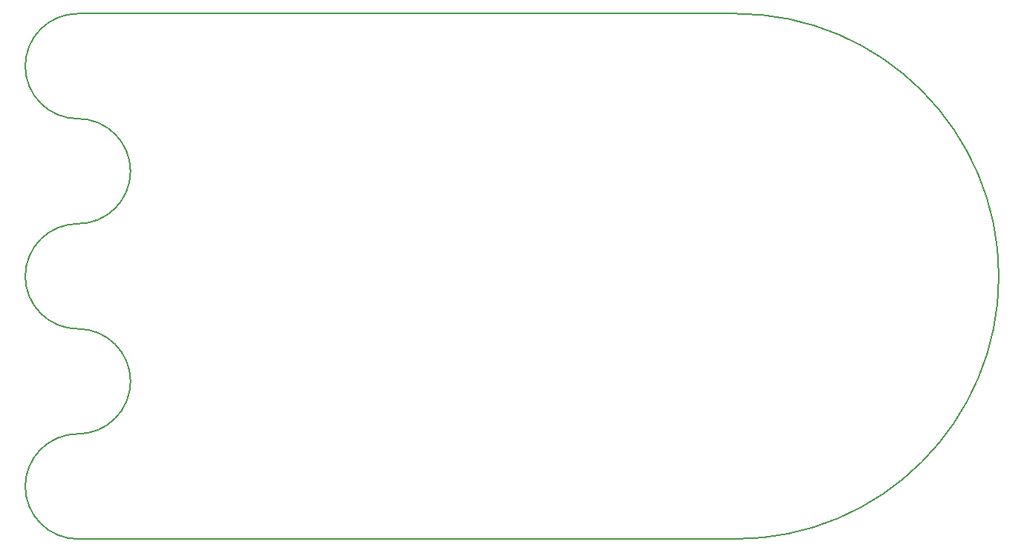
<source format=gm1>
%TF.GenerationSoftware,KiCad,Pcbnew,8.0.0*%
%TF.CreationDate,2024-04-12T21:24:50+10:00*%
%TF.ProjectId,ghost-bot,67686f73-742d-4626-9f74-2e6b69636164,rev?*%
%TF.SameCoordinates,Original*%
%TF.FileFunction,Profile,NP*%
%FSLAX46Y46*%
G04 Gerber Fmt 4.6, Leading zero omitted, Abs format (unit mm)*
G04 Created by KiCad (PCBNEW 8.0.0) date 2024-04-12 21:24:50*
%MOMM*%
%LPD*%
G01*
G04 APERTURE LIST*
%TA.AperFunction,Profile*%
%ADD10C,0.200000*%
%TD*%
G04 APERTURE END LIST*
D10*
X182500003Y-144000000D02*
X107500003Y-144000000D01*
X182500003Y-84000000D02*
X107500003Y-84000000D01*
X107500000Y-96000000D02*
G75*
G02*
X107500003Y-84000000I0J6000000D01*
G01*
X107500006Y-96000000D02*
G75*
G02*
X107500003Y-108000000I-6J-6000000D01*
G01*
X107500006Y-120000000D02*
G75*
G02*
X107500003Y-132000000I-6J-6000000D01*
G01*
X107500000Y-120000000D02*
G75*
G02*
X107500003Y-108000000I0J6000000D01*
G01*
X107500000Y-96000000D02*
X107500006Y-96000000D01*
X107500000Y-120000000D02*
X107500006Y-120000000D01*
X107500003Y-144000000D02*
G75*
G02*
X107500003Y-132000000I-3J6000000D01*
G01*
X182500003Y-84000000D02*
G75*
G02*
X182500003Y-144000000I-3J-30000000D01*
G01*
M02*

</source>
